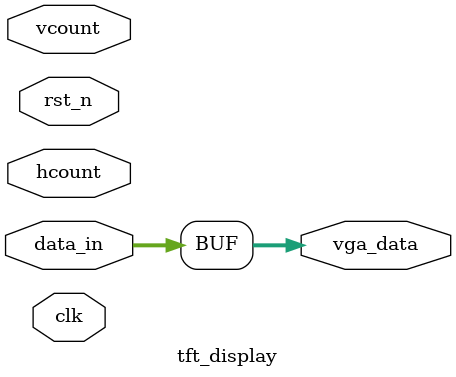
<source format=v>
module tft_display(
							input clk,
							input rst_n,
							input [10:0]	hcount,
							input [10:0]	vcount,
							
							input 	[15:0]  data_in,
							output reg [15:0]	vga_data
);	


`define RED      16'hf800
`define GREEN    16'h07e0
`define BLUE     16'h001f
`define WHITE    16'hffff
`define BLACK    16'h0000
`define YELLOW   16'hffe0
`define CYAN     16'hf81f
`define ROYAL    16'h07ff
`define PINK     16'hfe19

	
wire    [15:0]     data_theme;
reg   [16:0]      addr_theme;

wire           data_0;
reg    [6:0]  	addr_0;
wire           data_1;
reg    [6:0]  	addr_1;
wire           data_2;
reg   [6:0]  	addr_2;
wire           data_3;
reg    [6:0]  	addr_3;
wire           data_4;
reg    [6:0]  	addr_4;
wire           data_5;
reg    [6:0]  	addr_5;
wire           data_6;
reg    [6:0]  	addr_6;
wire           data_7;
reg    [6:0]  	addr_7;
wire           data_8;
reg    [6:0]  	addr_8;
wire           data_9;
reg    [6:0]  	addr_9;




reg [23:0] cnt;
reg        flag;

always@(posedge clk or negedge rst_n)
begin
	if(!rst_n)
		cnt <= 24'b0;
	
	else if(cnt == 24'b1111_1111_1111_1111_1111_1111)
		begin
			cnt <= 24'b0;
			flag <= ~flag;
		end
	
	else
		cnt <= cnt+1;
end

reg [3:0] cnt1;
always@(posedge flag or negedge rst_n)
begin
	if(!rst_n)
		cnt1 <= 4'b0;
	
	else if(cnt1 == 9)
		cnt1 <= 4'b0;	
		
	else 
		cnt1 <= cnt1+1;
end


reg flag_rom_theme;


always@(*)
begin
/*	
	if((hcount>190) && (hcount<608) && (vcount<32))
		begin
			addr_theme = hcount[10:0] -190 + vcount[10:0]*416;   //32*416
			flag_rom_theme <= 1;
			vga_data = data_theme;		
		end
		
	 else if((hcount <8) && (vcount>64) && (vcount<80))
		begin
			case(cnt1)
				4'b0000:
					begin
						addr_0 = hcount[10:0] + (vcount[10:0] - 64)*8;				//16*8
						flag_rom_theme <= 1;
						vga_data = data_0 ? `BLACK:`PINK;
					end
				
				4'b0001:
					begin
						addr_1 = hcount[10:0] + (vcount[10:0] - 64)*8;				//16*8
						flag_rom_theme <= 1;
						vga_data = data_1 ? `BLACK:`PINK;
					end
				
				4'b0010:
					begin
						addr_2 = hcount[10:0] + (vcount[10:0] - 64)*8;				//16*8
						flag_rom_theme <= 1;
						vga_data = data_2 ? `BLACK:`PINK;
					end
				
				4'b0011:
					begin
						addr_3 = hcount[10:0] + (vcount[10:0] - 64)*8;				//16*8
						flag_rom_theme <= 1;
						vga_data = data_3 ? `BLACK:`PINK;
					end
				
				4'b0100:
					begin
						addr_4 = hcount[10:0] + (vcount[10:0] - 64)*8;				//16*8
						flag_rom_theme <= 1;
						vga_data = data_4 ? `BLACK:`PINK;
					end
				
				4'b0101:
					begin
						addr_5 = hcount[10:0] + (vcount[10:0] - 64)*8;				//16*8
						flag_rom_theme <= 1;
						vga_data = data_5 ? `BLACK:`PINK;
					end
				
				4'b0110:
					begin
						addr_6 = hcount[10:0] + (vcount[10:0] - 64)*8;				//16*8
						flag_rom_theme <= 1;
						vga_data = data_6 ? `BLACK:`PINK;
					end
				
				4'b0111:
					begin
						addr_7 = hcount[10:0] + (vcount[10:0] - 64)*8;				//16*8
						flag_rom_theme <= 1;
						vga_data = data_7 ? `BLACK:`PINK;
					end
				
				4'b1000:
					begin
						addr_8 = hcount[10:0] + (vcount[10:0] - 64)*8;				//16*8
						flag_rom_theme <= 1;
						vga_data = data_8 ? `BLACK:`PINK;
					end
				
				4'b1001:
					begin
						addr_9 = hcount[10:0] + (vcount[10:0] - 64)*8;				//16*8
						flag_rom_theme <= 1;
						vga_data = data_9 ? `BLACK:`PINK;
					end
				
				
			endcase		
		end
		
	else if((hcount >=8) &&(hcount <16) && (vcount>64) && (vcount<80))
		begin
			case(cnt1)
				4'b0000:
					begin
						addr_0 = hcount[10:0]-8 + (vcount[10:0] - 64)*8;				//16*8
						flag_rom_theme <= 1;
						vga_data = data_0 ? `BLACK:`PINK;
					end
				
				4'b0001:
					begin
						addr_1 = hcount[10:0]-8 + (vcount[10:0] - 64)*8;				//16*8
						flag_rom_theme <= 1;
						vga_data = data_1 ? `BLACK:`PINK;
					end
				
				4'b0010:
					begin
						addr_2 = hcount[10:0]-8 + (vcount[10:0] - 64)*8;				//16*8
						flag_rom_theme <= 1;
						vga_data = data_2 ? `BLACK:`PINK;
					end
				
				4'b0011:
					begin
						addr_3 = hcount[10:0]-8 + (vcount[10:0] - 64)*8;				//16*8
						flag_rom_theme <= 1;
						vga_data = data_3 ? `BLACK:`PINK;
					end
				
				4'b0100:
					begin
						addr_4 = hcount[10:0]-8 + (vcount[10:0] - 64)*8;				//16*8
						flag_rom_theme <= 1;
						vga_data = data_4 ? `BLACK:`PINK;
					end
				
				4'b0101:
					begin
						addr_5 = hcount[10:0]-8 + (vcount[10:0] - 64)*8;				//16*8
						flag_rom_theme <= 1;
						vga_data = data_5 ? `BLACK:`PINK;
					end
				
				4'b0110:
					begin
						addr_6 = hcount[10:0]-8 + (vcount[10:0] - 64)*8;				//16*8
						flag_rom_theme <= 1;
						vga_data = data_6 ? `BLACK:`PINK;
					end
				
				4'b0111:
					begin
						addr_7 = hcount[10:0]-8 + (vcount[10:0] - 64)*8;				//16*8
						flag_rom_theme <= 1;
						vga_data = data_7 ? `BLACK:`PINK;
					end
				
				4'b1000:
					begin
						addr_8 = hcount[10:0]-8 + (vcount[10:0] - 64)*8;				//16*8
						flag_rom_theme <= 1;
						vga_data = data_8 ? `BLACK:`PINK;
					end
				
				4'b1001:
					begin
						addr_9 = hcount[10:0]-8 + (vcount[10:0] - 64)*8;				//16*8
						flag_rom_theme <= 1;
						vga_data = data_9 ? `BLACK:`PINK;
					end
				
				
			endcase		
		end
		
	else
		begin
			flag_rom_theme <= 0;
			vga_data = data_in ;
		end
		
*/
vga_data = data_in;

end


/*
assign  addr_theme = hcount[10:0] + vcount[10:0]*416;
assign  vga_data = data_theme;
*/


	ROM0  ROM0_inst (
	.address ( addr_0 ),
	.clock ( clk ),
	.q ( data_0 )
	);

	ROM1  ROM1_inst (
	.address ( addr_1 ),
	.clock ( clk ),
	.q ( data_1 )
	);
	
	ROM2  ROM2_inst (
	.address ( addr_2 ),
	.clock ( clk ),
	.q ( data_2 )
	);
	
	ROM3  ROM3_inst (
	.address ( addr_3 ),
	.clock ( clk ),
	.q ( data_3 )
	);

	ROM4  ROM4_inst (
	.address ( addr_4 ),
	.clock ( clk ),
	.q ( data_4 )
	);
	
	ROM5  ROM5_inst (
	.address ( addr_5 ),
	.clock ( clk ),
	.q ( data_5 )
	);
	
	ROM6  ROM6_inst (
	.address ( addr_6 ),
	.clock ( clk ),
	.q ( data_6 )
	);
	
	ROM7  ROM7_inst (
	.address ( addr_7 ),
	.clock ( clk ),
	.q ( data_7 )
	);
	
	ROM8  ROM8_inst (
	.address ( addr_8 ),
	.clock ( clk ),
	.q ( data_8 )
	);
	
	ROM9  ROM9_inst (
	.address ( addr_9 ),
	.clock ( clk ),
	.q ( data_9 )
	);


	ROM_theme  ROM_theme_inst (
	.address ( addr_theme ),
	.clock ( clk ),
	.q ( data_theme )
	);


endmodule 
</source>
